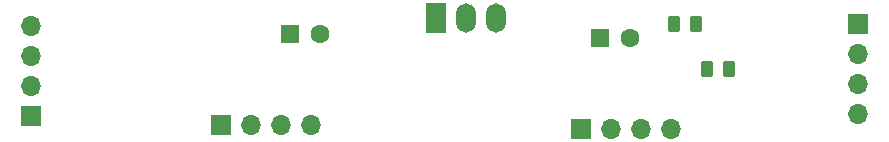
<source format=gbr>
%TF.GenerationSoftware,KiCad,Pcbnew,6.0.2+dfsg-1*%
%TF.CreationDate,2022-06-15T15:21:32+02:00*%
%TF.ProjectId,single_din_bottom,73696e67-6c65-45f6-9469-6e5f626f7474,rev?*%
%TF.SameCoordinates,Original*%
%TF.FileFunction,Soldermask,Bot*%
%TF.FilePolarity,Negative*%
%FSLAX46Y46*%
G04 Gerber Fmt 4.6, Leading zero omitted, Abs format (unit mm)*
G04 Created by KiCad (PCBNEW 6.0.2+dfsg-1) date 2022-06-15 15:21:32*
%MOMM*%
%LPD*%
G01*
G04 APERTURE LIST*
G04 Aperture macros list*
%AMRoundRect*
0 Rectangle with rounded corners*
0 $1 Rounding radius*
0 $2 $3 $4 $5 $6 $7 $8 $9 X,Y pos of 4 corners*
0 Add a 4 corners polygon primitive as box body*
4,1,4,$2,$3,$4,$5,$6,$7,$8,$9,$2,$3,0*
0 Add four circle primitives for the rounded corners*
1,1,$1+$1,$2,$3*
1,1,$1+$1,$4,$5*
1,1,$1+$1,$6,$7*
1,1,$1+$1,$8,$9*
0 Add four rect primitives between the rounded corners*
20,1,$1+$1,$2,$3,$4,$5,0*
20,1,$1+$1,$4,$5,$6,$7,0*
20,1,$1+$1,$6,$7,$8,$9,0*
20,1,$1+$1,$8,$9,$2,$3,0*%
G04 Aperture macros list end*
%ADD10O,1.700000X1.700000*%
%ADD11R,1.700000X1.700000*%
%ADD12RoundRect,0.249999X0.262501X0.450001X-0.262501X0.450001X-0.262501X-0.450001X0.262501X-0.450001X0*%
%ADD13O,1.700000X2.500000*%
%ADD14R,1.700000X2.500000*%
%ADD15C,1.600000*%
%ADD16R,1.600000X1.600000*%
G04 APERTURE END LIST*
D10*
%TO.C,J2*%
X107797600Y-176682400D03*
X107797600Y-174142400D03*
X107797600Y-171602400D03*
D11*
X107797600Y-169062400D03*
%TD*%
D10*
%TO.C,J1*%
X37820600Y-169240200D03*
X37820600Y-171780200D03*
X37820600Y-174320200D03*
D11*
X37820600Y-176860200D03*
%TD*%
D10*
%TO.C,J4*%
X92011500Y-177901600D03*
X89471500Y-177901600D03*
X86931500Y-177901600D03*
D11*
X84391500Y-177901600D03*
%TD*%
D12*
%TO.C,R2*%
X95061400Y-172859700D03*
X96886400Y-172859700D03*
%TD*%
%TO.C,R1*%
X92280100Y-169011600D03*
X94105100Y-169011600D03*
%TD*%
D13*
%TO.C,U1*%
X77139800Y-168554400D03*
X74599800Y-168554400D03*
D14*
X72059800Y-168554400D03*
%TD*%
D10*
%TO.C,J3*%
X61480700Y-177622200D03*
X58940700Y-177622200D03*
X56400700Y-177622200D03*
D11*
X53860700Y-177622200D03*
%TD*%
D15*
%TO.C,C2*%
X88504400Y-170205400D03*
D16*
X86004400Y-170205400D03*
%TD*%
D15*
%TO.C,C1*%
X62240800Y-169875200D03*
D16*
X59740800Y-169875200D03*
%TD*%
M02*

</source>
